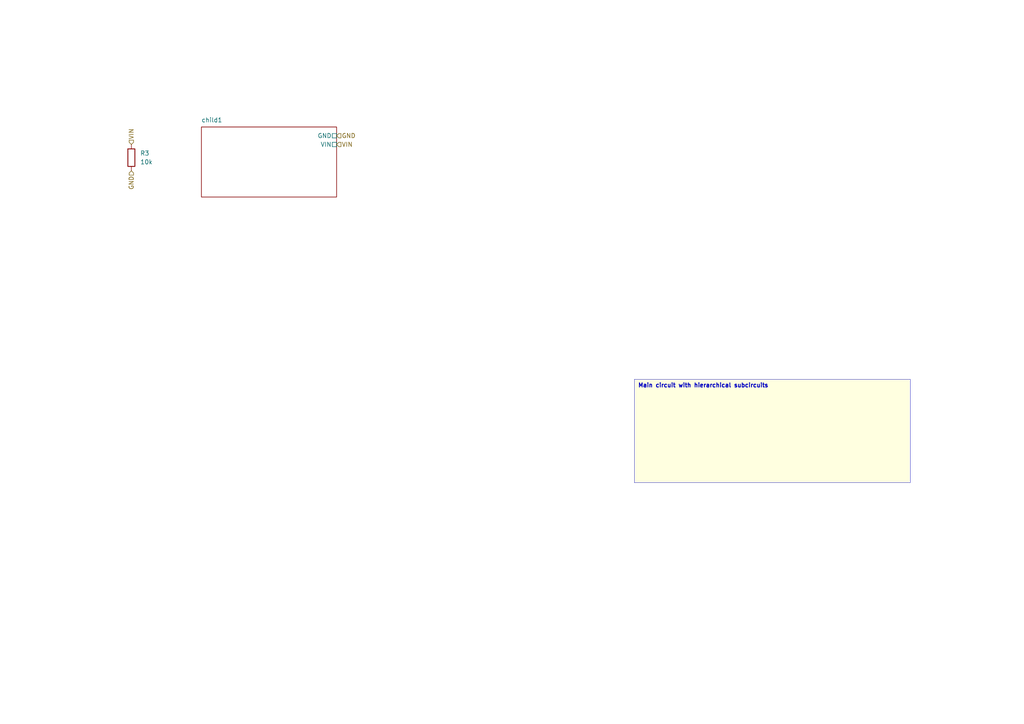
<source format=kicad_sch>
(kicad_sch (version 20250114) (generator "kicad_api") (generator_version 9.0)
  (paper A4)
  (paper A4)
  (lib_symbols
    (symbol "Device:R" (pin_numbers hide) (pin_names (offset 0.254))
      (property "Reference" "{'value': 'R', 'position': {'x': 2.032, 'y': 0.0, 'rotation': 90.0}, 'effects': {'font_size': [1.27, 1.27]}}" (at 0.0 0.0 0))
      (property "Value" "{'value': 'R', 'position': {'x': 0.0, 'y': 0.0, 'rotation': 90.0}, 'effects': {'font_size': [1.27, 1.27]}}" (at 0.0 0.0 0))
      (symbol "R_0_1"
        (rectangle (start -1.016 -2.54) (end 1.016 2.54) (stroke (width 0.254)))
      )
      (symbol "R_1_1"
        (pin passive line (at 0.0 3.81 270) (length 1.27) (name ~) (number "1"))
        (pin passive line (at 0.0 -3.81 90) (length 1.27) (name ~) (number "2"))
      )
    )
  )
  (title_block (title main) (date 2025-08-02) (company Circuit-Synth))
  (symbol (lib_id Device:R) (at 38.1 45.72 0)
    (property "Reference" "R3" (at 40.64 44.449999999999996 0) (effects (justify left)))
    (property "Value" "10k" (at 40.64 46.99 0) (effects (justify left)))
    (property "Footprint" "Resistor_SMD:R_0603_1608Metric" (effects (hide yes)))
    (instances (project "circuit" (path "" (reference R3) (unit 1))) (project "03_dual_hierarchy_connected_generated" (path "" (reference R3) (unit 1))))
  )
  (hierarchical_label VIN (shape input) (at 38.1 41.91 90))
  (hierarchical_label GND (shape input) (at 38.1 49.53 270))
  (hierarchical_label GND (shape input) (at 97.63 39.37 0))
  (hierarchical_label VIN (shape input) (at 97.63 41.910000000000004 0))
  (sheet (at 58.42 36.83) (size 39.21 20.32) (stroke (width 0.12)) (fill (color 0 0 0 0.0))
    (property "Sheetname" "child1" (at 58.42 35.559999999999995 0) (effects (justify left bottom)))
    (property "Sheetfile" "child1.kicad_sch" (effects (hide yes)))
    (pin GND passive (at 96.36 39.37 0))
    (pin VIN passive (at 96.36 41.910000000000004 0))
  )
  (text_box "Main circuit with hierarchical subcircuits" (exclude_from_sim yes) (at 184.0 110.0 0) (size 80.0 30.0) (margins 1.0 1.0 1.0 1.0) (stroke (width 0.1)) (fill (type color) (color 255 255 224 1)) (effects (font (size 1.2 1.2) (thickness 0.254)) (justify left top)))
)
</source>
